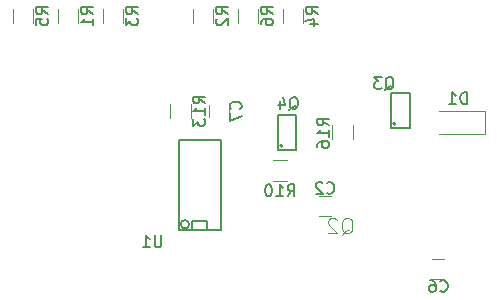
<source format=gbr>
G04 #@! TF.FileFunction,Legend,Bot*
%FSLAX46Y46*%
G04 Gerber Fmt 4.6, Leading zero omitted, Abs format (unit mm)*
G04 Created by KiCad (PCBNEW 4.0.6) date Thu Jun  1 11:47:27 2017*
%MOMM*%
%LPD*%
G01*
G04 APERTURE LIST*
%ADD10C,0.100000*%
%ADD11C,0.150000*%
%ADD12C,0.120000*%
%ADD13C,0.101600*%
G04 APERTURE END LIST*
D10*
D11*
X92473641Y-63322909D02*
G75*
G03X92473641Y-63322909I-100000J0D01*
G01*
X93673641Y-63672909D02*
X93673641Y-60672909D01*
X93673641Y-60672909D02*
X92073641Y-60672909D01*
X92073641Y-60672909D02*
X92073641Y-63672909D01*
X92073641Y-63672909D02*
X93673641Y-63672909D01*
D12*
X82100000Y-68130000D02*
X83300000Y-68130000D01*
X83300000Y-66370000D02*
X82100000Y-66370000D01*
X73370000Y-61634212D02*
X73370000Y-62834212D01*
X75130000Y-62834212D02*
X75130000Y-61634212D01*
X78350000Y-61734212D02*
X78350000Y-62734212D01*
X76650000Y-62734212D02*
X76650000Y-61734212D01*
X88880000Y-64584212D02*
X88880000Y-63384212D01*
X87120000Y-63384212D02*
X87120000Y-64584212D01*
D11*
X77698000Y-64714212D02*
X77698000Y-72334212D01*
X74142000Y-72334212D02*
X74142000Y-64714212D01*
X77698000Y-64714212D02*
X74142000Y-64714212D01*
X74142000Y-72334212D02*
X77698000Y-72334212D01*
X75009210Y-71826212D02*
G75*
G03X75009210Y-71826212I-359210J0D01*
G01*
X76555000Y-72334212D02*
X76555000Y-71572212D01*
X76555000Y-71572212D02*
X75285000Y-71572212D01*
X75285000Y-71572212D02*
X75285000Y-72334212D01*
X82900000Y-65184212D02*
G75*
G03X82900000Y-65184212I-100000J0D01*
G01*
X84100000Y-65534212D02*
X84100000Y-62534212D01*
X84100000Y-62534212D02*
X82500000Y-62534212D01*
X82500000Y-62534212D02*
X82500000Y-65534212D01*
X82500000Y-65534212D02*
X84100000Y-65534212D01*
D12*
X86000000Y-69450000D02*
X87000000Y-69450000D01*
X87000000Y-71150000D02*
X86000000Y-71150000D01*
X96600000Y-76450000D02*
X95600000Y-76450000D01*
X95600000Y-74750000D02*
X96600000Y-74750000D01*
X100050000Y-62200000D02*
X100050000Y-64200000D01*
X100050000Y-64200000D02*
X96150000Y-64200000D01*
X100050000Y-62200000D02*
X96150000Y-62200000D01*
X63870000Y-53600000D02*
X63870000Y-54800000D01*
X65630000Y-54800000D02*
X65630000Y-53600000D01*
X75300000Y-53600000D02*
X75300000Y-54800000D01*
X77060000Y-54800000D02*
X77060000Y-53600000D01*
X67680000Y-53600000D02*
X67680000Y-54800000D01*
X69440000Y-54800000D02*
X69440000Y-53600000D01*
X82920000Y-53600000D02*
X82920000Y-54800000D01*
X84680000Y-54800000D02*
X84680000Y-53600000D01*
X60060000Y-53600000D02*
X60060000Y-54800000D01*
X61820000Y-54800000D02*
X61820000Y-53600000D01*
X79120000Y-53600000D02*
X79120000Y-54800000D01*
X80880000Y-54800000D02*
X80880000Y-53600000D01*
D11*
X91595238Y-60447619D02*
X91690476Y-60400000D01*
X91785714Y-60304762D01*
X91928571Y-60161905D01*
X92023810Y-60114286D01*
X92119048Y-60114286D01*
X92071429Y-60352381D02*
X92166667Y-60304762D01*
X92261905Y-60209524D01*
X92309524Y-60019048D01*
X92309524Y-59685714D01*
X92261905Y-59495238D01*
X92166667Y-59400000D01*
X92071429Y-59352381D01*
X91880952Y-59352381D01*
X91785714Y-59400000D01*
X91690476Y-59495238D01*
X91642857Y-59685714D01*
X91642857Y-60019048D01*
X91690476Y-60209524D01*
X91785714Y-60304762D01*
X91880952Y-60352381D01*
X92071429Y-60352381D01*
X91309524Y-59352381D02*
X90690476Y-59352381D01*
X91023810Y-59733333D01*
X90880952Y-59733333D01*
X90785714Y-59780952D01*
X90738095Y-59828571D01*
X90690476Y-59923810D01*
X90690476Y-60161905D01*
X90738095Y-60257143D01*
X90785714Y-60304762D01*
X90880952Y-60352381D01*
X91166667Y-60352381D01*
X91261905Y-60304762D01*
X91309524Y-60257143D01*
X83342857Y-69452381D02*
X83676191Y-68976190D01*
X83914286Y-69452381D02*
X83914286Y-68452381D01*
X83533333Y-68452381D01*
X83438095Y-68500000D01*
X83390476Y-68547619D01*
X83342857Y-68642857D01*
X83342857Y-68785714D01*
X83390476Y-68880952D01*
X83438095Y-68928571D01*
X83533333Y-68976190D01*
X83914286Y-68976190D01*
X82390476Y-69452381D02*
X82961905Y-69452381D01*
X82676191Y-69452381D02*
X82676191Y-68452381D01*
X82771429Y-68595238D01*
X82866667Y-68690476D01*
X82961905Y-68738095D01*
X81771429Y-68452381D02*
X81676190Y-68452381D01*
X81580952Y-68500000D01*
X81533333Y-68547619D01*
X81485714Y-68642857D01*
X81438095Y-68833333D01*
X81438095Y-69071429D01*
X81485714Y-69261905D01*
X81533333Y-69357143D01*
X81580952Y-69404762D01*
X81676190Y-69452381D01*
X81771429Y-69452381D01*
X81866667Y-69404762D01*
X81914286Y-69357143D01*
X81961905Y-69261905D01*
X82009524Y-69071429D01*
X82009524Y-68833333D01*
X81961905Y-68642857D01*
X81914286Y-68547619D01*
X81866667Y-68500000D01*
X81771429Y-68452381D01*
X76352381Y-61591355D02*
X75876190Y-61258021D01*
X76352381Y-61019926D02*
X75352381Y-61019926D01*
X75352381Y-61400879D01*
X75400000Y-61496117D01*
X75447619Y-61543736D01*
X75542857Y-61591355D01*
X75685714Y-61591355D01*
X75780952Y-61543736D01*
X75828571Y-61496117D01*
X75876190Y-61400879D01*
X75876190Y-61019926D01*
X76352381Y-62543736D02*
X76352381Y-61972307D01*
X76352381Y-62258021D02*
X75352381Y-62258021D01*
X75495238Y-62162783D01*
X75590476Y-62067545D01*
X75638095Y-61972307D01*
X75352381Y-62877069D02*
X75352381Y-63496117D01*
X75733333Y-63162783D01*
X75733333Y-63305641D01*
X75780952Y-63400879D01*
X75828571Y-63448498D01*
X75923810Y-63496117D01*
X76161905Y-63496117D01*
X76257143Y-63448498D01*
X76304762Y-63400879D01*
X76352381Y-63305641D01*
X76352381Y-63019926D01*
X76304762Y-62924688D01*
X76257143Y-62877069D01*
X79357143Y-62067546D02*
X79404762Y-62019927D01*
X79452381Y-61877070D01*
X79452381Y-61781832D01*
X79404762Y-61638974D01*
X79309524Y-61543736D01*
X79214286Y-61496117D01*
X79023810Y-61448498D01*
X78880952Y-61448498D01*
X78690476Y-61496117D01*
X78595238Y-61543736D01*
X78500000Y-61638974D01*
X78452381Y-61781832D01*
X78452381Y-61877070D01*
X78500000Y-62019927D01*
X78547619Y-62067546D01*
X78452381Y-62400879D02*
X78452381Y-63067546D01*
X79452381Y-62638974D01*
X86852381Y-63457143D02*
X86376190Y-63123809D01*
X86852381Y-62885714D02*
X85852381Y-62885714D01*
X85852381Y-63266667D01*
X85900000Y-63361905D01*
X85947619Y-63409524D01*
X86042857Y-63457143D01*
X86185714Y-63457143D01*
X86280952Y-63409524D01*
X86328571Y-63361905D01*
X86376190Y-63266667D01*
X86376190Y-62885714D01*
X86852381Y-64409524D02*
X86852381Y-63838095D01*
X86852381Y-64123809D02*
X85852381Y-64123809D01*
X85995238Y-64028571D01*
X86090476Y-63933333D01*
X86138095Y-63838095D01*
X85852381Y-65266667D02*
X85852381Y-65076190D01*
X85900000Y-64980952D01*
X85947619Y-64933333D01*
X86090476Y-64838095D01*
X86280952Y-64790476D01*
X86661905Y-64790476D01*
X86757143Y-64838095D01*
X86804762Y-64885714D01*
X86852381Y-64980952D01*
X86852381Y-65171429D01*
X86804762Y-65266667D01*
X86757143Y-65314286D01*
X86661905Y-65361905D01*
X86423810Y-65361905D01*
X86328571Y-65314286D01*
X86280952Y-65266667D01*
X86233333Y-65171429D01*
X86233333Y-64980952D01*
X86280952Y-64885714D01*
X86328571Y-64838095D01*
X86423810Y-64790476D01*
X72661905Y-72752381D02*
X72661905Y-73561905D01*
X72614286Y-73657143D01*
X72566667Y-73704762D01*
X72471429Y-73752381D01*
X72280952Y-73752381D01*
X72185714Y-73704762D01*
X72138095Y-73657143D01*
X72090476Y-73561905D01*
X72090476Y-72752381D01*
X71090476Y-73752381D02*
X71661905Y-73752381D01*
X71376191Y-73752381D02*
X71376191Y-72752381D01*
X71471429Y-72895238D01*
X71566667Y-72990476D01*
X71661905Y-73038095D01*
X83495238Y-62147619D02*
X83590476Y-62100000D01*
X83685714Y-62004762D01*
X83828571Y-61861905D01*
X83923810Y-61814286D01*
X84019048Y-61814286D01*
X83971429Y-62052381D02*
X84066667Y-62004762D01*
X84161905Y-61909524D01*
X84209524Y-61719048D01*
X84209524Y-61385714D01*
X84161905Y-61195238D01*
X84066667Y-61100000D01*
X83971429Y-61052381D01*
X83780952Y-61052381D01*
X83685714Y-61100000D01*
X83590476Y-61195238D01*
X83542857Y-61385714D01*
X83542857Y-61719048D01*
X83590476Y-61909524D01*
X83685714Y-62004762D01*
X83780952Y-62052381D01*
X83971429Y-62052381D01*
X82685714Y-61385714D02*
X82685714Y-62052381D01*
X82923810Y-61004762D02*
X83161905Y-61719048D01*
X82542857Y-61719048D01*
X86666666Y-69157143D02*
X86714285Y-69204762D01*
X86857142Y-69252381D01*
X86952380Y-69252381D01*
X87095238Y-69204762D01*
X87190476Y-69109524D01*
X87238095Y-69014286D01*
X87285714Y-68823810D01*
X87285714Y-68680952D01*
X87238095Y-68490476D01*
X87190476Y-68395238D01*
X87095238Y-68300000D01*
X86952380Y-68252381D01*
X86857142Y-68252381D01*
X86714285Y-68300000D01*
X86666666Y-68347619D01*
X86285714Y-68347619D02*
X86238095Y-68300000D01*
X86142857Y-68252381D01*
X85904761Y-68252381D01*
X85809523Y-68300000D01*
X85761904Y-68347619D01*
X85714285Y-68442857D01*
X85714285Y-68538095D01*
X85761904Y-68680952D01*
X86333333Y-69252381D01*
X85714285Y-69252381D01*
X96266666Y-77457143D02*
X96314285Y-77504762D01*
X96457142Y-77552381D01*
X96552380Y-77552381D01*
X96695238Y-77504762D01*
X96790476Y-77409524D01*
X96838095Y-77314286D01*
X96885714Y-77123810D01*
X96885714Y-76980952D01*
X96838095Y-76790476D01*
X96790476Y-76695238D01*
X96695238Y-76600000D01*
X96552380Y-76552381D01*
X96457142Y-76552381D01*
X96314285Y-76600000D01*
X96266666Y-76647619D01*
X95409523Y-76552381D02*
X95600000Y-76552381D01*
X95695238Y-76600000D01*
X95742857Y-76647619D01*
X95838095Y-76790476D01*
X95885714Y-76980952D01*
X95885714Y-77361905D01*
X95838095Y-77457143D01*
X95790476Y-77504762D01*
X95695238Y-77552381D01*
X95504761Y-77552381D01*
X95409523Y-77504762D01*
X95361904Y-77457143D01*
X95314285Y-77361905D01*
X95314285Y-77123810D01*
X95361904Y-77028571D01*
X95409523Y-76980952D01*
X95504761Y-76933333D01*
X95695238Y-76933333D01*
X95790476Y-76980952D01*
X95838095Y-77028571D01*
X95885714Y-77123810D01*
X98538095Y-61652381D02*
X98538095Y-60652381D01*
X98300000Y-60652381D01*
X98157142Y-60700000D01*
X98061904Y-60795238D01*
X98014285Y-60890476D01*
X97966666Y-61080952D01*
X97966666Y-61223810D01*
X98014285Y-61414286D01*
X98061904Y-61509524D01*
X98157142Y-61604762D01*
X98300000Y-61652381D01*
X98538095Y-61652381D01*
X97014285Y-61652381D02*
X97585714Y-61652381D01*
X97300000Y-61652381D02*
X97300000Y-60652381D01*
X97395238Y-60795238D01*
X97490476Y-60890476D01*
X97585714Y-60938095D01*
D13*
X87920952Y-72695476D02*
X88041905Y-72635000D01*
X88162857Y-72514048D01*
X88344286Y-72332619D01*
X88465238Y-72272143D01*
X88586190Y-72272143D01*
X88525714Y-72574524D02*
X88646667Y-72514048D01*
X88767619Y-72393095D01*
X88828095Y-72151190D01*
X88828095Y-71727857D01*
X88767619Y-71485952D01*
X88646667Y-71365000D01*
X88525714Y-71304524D01*
X88283810Y-71304524D01*
X88162857Y-71365000D01*
X88041905Y-71485952D01*
X87981429Y-71727857D01*
X87981429Y-72151190D01*
X88041905Y-72393095D01*
X88162857Y-72514048D01*
X88283810Y-72574524D01*
X88525714Y-72574524D01*
X87497619Y-71425476D02*
X87437143Y-71365000D01*
X87316191Y-71304524D01*
X87013810Y-71304524D01*
X86892857Y-71365000D01*
X86832381Y-71425476D01*
X86771905Y-71546429D01*
X86771905Y-71667381D01*
X86832381Y-71848810D01*
X87558095Y-72574524D01*
X86771905Y-72574524D01*
D11*
X66852381Y-54033334D02*
X66376190Y-53700000D01*
X66852381Y-53461905D02*
X65852381Y-53461905D01*
X65852381Y-53842858D01*
X65900000Y-53938096D01*
X65947619Y-53985715D01*
X66042857Y-54033334D01*
X66185714Y-54033334D01*
X66280952Y-53985715D01*
X66328571Y-53938096D01*
X66376190Y-53842858D01*
X66376190Y-53461905D01*
X66852381Y-54985715D02*
X66852381Y-54414286D01*
X66852381Y-54700000D02*
X65852381Y-54700000D01*
X65995238Y-54604762D01*
X66090476Y-54509524D01*
X66138095Y-54414286D01*
X78282381Y-54033334D02*
X77806190Y-53700000D01*
X78282381Y-53461905D02*
X77282381Y-53461905D01*
X77282381Y-53842858D01*
X77330000Y-53938096D01*
X77377619Y-53985715D01*
X77472857Y-54033334D01*
X77615714Y-54033334D01*
X77710952Y-53985715D01*
X77758571Y-53938096D01*
X77806190Y-53842858D01*
X77806190Y-53461905D01*
X77377619Y-54414286D02*
X77330000Y-54461905D01*
X77282381Y-54557143D01*
X77282381Y-54795239D01*
X77330000Y-54890477D01*
X77377619Y-54938096D01*
X77472857Y-54985715D01*
X77568095Y-54985715D01*
X77710952Y-54938096D01*
X78282381Y-54366667D01*
X78282381Y-54985715D01*
X70662381Y-54033334D02*
X70186190Y-53700000D01*
X70662381Y-53461905D02*
X69662381Y-53461905D01*
X69662381Y-53842858D01*
X69710000Y-53938096D01*
X69757619Y-53985715D01*
X69852857Y-54033334D01*
X69995714Y-54033334D01*
X70090952Y-53985715D01*
X70138571Y-53938096D01*
X70186190Y-53842858D01*
X70186190Y-53461905D01*
X69662381Y-54366667D02*
X69662381Y-54985715D01*
X70043333Y-54652381D01*
X70043333Y-54795239D01*
X70090952Y-54890477D01*
X70138571Y-54938096D01*
X70233810Y-54985715D01*
X70471905Y-54985715D01*
X70567143Y-54938096D01*
X70614762Y-54890477D01*
X70662381Y-54795239D01*
X70662381Y-54509524D01*
X70614762Y-54414286D01*
X70567143Y-54366667D01*
X85902381Y-54033334D02*
X85426190Y-53700000D01*
X85902381Y-53461905D02*
X84902381Y-53461905D01*
X84902381Y-53842858D01*
X84950000Y-53938096D01*
X84997619Y-53985715D01*
X85092857Y-54033334D01*
X85235714Y-54033334D01*
X85330952Y-53985715D01*
X85378571Y-53938096D01*
X85426190Y-53842858D01*
X85426190Y-53461905D01*
X85235714Y-54890477D02*
X85902381Y-54890477D01*
X84854762Y-54652381D02*
X85569048Y-54414286D01*
X85569048Y-55033334D01*
X63042381Y-54033334D02*
X62566190Y-53700000D01*
X63042381Y-53461905D02*
X62042381Y-53461905D01*
X62042381Y-53842858D01*
X62090000Y-53938096D01*
X62137619Y-53985715D01*
X62232857Y-54033334D01*
X62375714Y-54033334D01*
X62470952Y-53985715D01*
X62518571Y-53938096D01*
X62566190Y-53842858D01*
X62566190Y-53461905D01*
X62042381Y-54938096D02*
X62042381Y-54461905D01*
X62518571Y-54414286D01*
X62470952Y-54461905D01*
X62423333Y-54557143D01*
X62423333Y-54795239D01*
X62470952Y-54890477D01*
X62518571Y-54938096D01*
X62613810Y-54985715D01*
X62851905Y-54985715D01*
X62947143Y-54938096D01*
X62994762Y-54890477D01*
X63042381Y-54795239D01*
X63042381Y-54557143D01*
X62994762Y-54461905D01*
X62947143Y-54414286D01*
X82102381Y-54033334D02*
X81626190Y-53700000D01*
X82102381Y-53461905D02*
X81102381Y-53461905D01*
X81102381Y-53842858D01*
X81150000Y-53938096D01*
X81197619Y-53985715D01*
X81292857Y-54033334D01*
X81435714Y-54033334D01*
X81530952Y-53985715D01*
X81578571Y-53938096D01*
X81626190Y-53842858D01*
X81626190Y-53461905D01*
X81102381Y-54890477D02*
X81102381Y-54700000D01*
X81150000Y-54604762D01*
X81197619Y-54557143D01*
X81340476Y-54461905D01*
X81530952Y-54414286D01*
X81911905Y-54414286D01*
X82007143Y-54461905D01*
X82054762Y-54509524D01*
X82102381Y-54604762D01*
X82102381Y-54795239D01*
X82054762Y-54890477D01*
X82007143Y-54938096D01*
X81911905Y-54985715D01*
X81673810Y-54985715D01*
X81578571Y-54938096D01*
X81530952Y-54890477D01*
X81483333Y-54795239D01*
X81483333Y-54604762D01*
X81530952Y-54509524D01*
X81578571Y-54461905D01*
X81673810Y-54414286D01*
M02*

</source>
